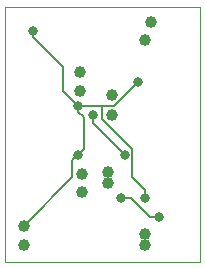
<source format=gbl>
G75*
%MOIN*%
%OFA0B0*%
%FSLAX24Y24*%
%IPPOS*%
%LPD*%
%AMOC8*
5,1,8,0,0,1.08239X$1,22.5*
%
%ADD10C,0.0000*%
%ADD11C,0.0397*%
%ADD12C,0.0317*%
%ADD13C,0.0060*%
D10*
X002392Y002517D02*
X002392Y011017D01*
X008892Y011017D01*
X008892Y002517D01*
X002392Y002517D01*
D11*
X003017Y003079D03*
X003017Y003704D03*
X004954Y004829D03*
X004954Y005454D03*
X005829Y005517D03*
X005829Y005142D03*
X007079Y003454D03*
X007079Y003079D03*
X005954Y007392D03*
X005954Y008079D03*
X004892Y008204D03*
X004892Y008829D03*
X007079Y009892D03*
X007267Y010517D03*
D12*
X006829Y008517D03*
X005329Y007392D03*
X004829Y007704D03*
X004829Y006079D03*
X006267Y004642D03*
X007079Y004642D03*
X007517Y004017D03*
X006392Y006079D03*
X003329Y010204D03*
D13*
X003329Y010017D01*
X004329Y009017D01*
X004329Y008204D01*
X004829Y007704D01*
X004829Y007517D01*
X005017Y007329D01*
X005017Y006267D01*
X004829Y006079D01*
X004642Y005892D01*
X004642Y005329D01*
X003017Y003704D01*
X006267Y004642D02*
X006603Y004642D01*
X007228Y004017D01*
X007517Y004017D01*
X007079Y004642D02*
X007079Y004892D01*
X006642Y005329D01*
X006642Y006267D01*
X005642Y007267D01*
X005642Y007704D01*
X006017Y007704D01*
X006829Y008517D01*
X005642Y007704D02*
X004829Y007704D01*
X005329Y007392D02*
X005329Y007142D01*
X006392Y006079D01*
M02*

</source>
